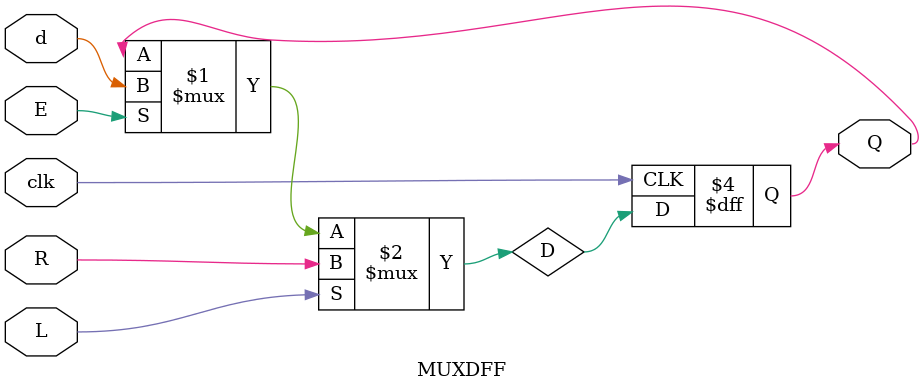
<source format=v>
module top_module (
	input [3:0] SW,
	input [3:0] KEY,
	output [3:0] LEDR
);

	wire [3:0] R, Q;
	wire clk, E, L, w;

	assign R = SW;
	assign {w, L, E, clk} = KEY;
	assign LEDR = Q;

	MUXDFF m3(clk, w, E, L, R[3], Q[3]);
	MUXDFF m2(clk, Q[3], E, L, R[2], Q[2]);
	MUXDFF m1(clk, Q[2], E, L, R[1], Q[1]);
	MUXDFF m0(clk, Q[1], E, L, R[0], Q[0]);

endmodule

module MUXDFF (
	input clk,
	input d,
	input E,
	input L,
	input R,
	output Q
);

	wire D = L ? R : (E ? d : Q);

	always @(posedge clk)
		Q <= D;

endmodule

</source>
